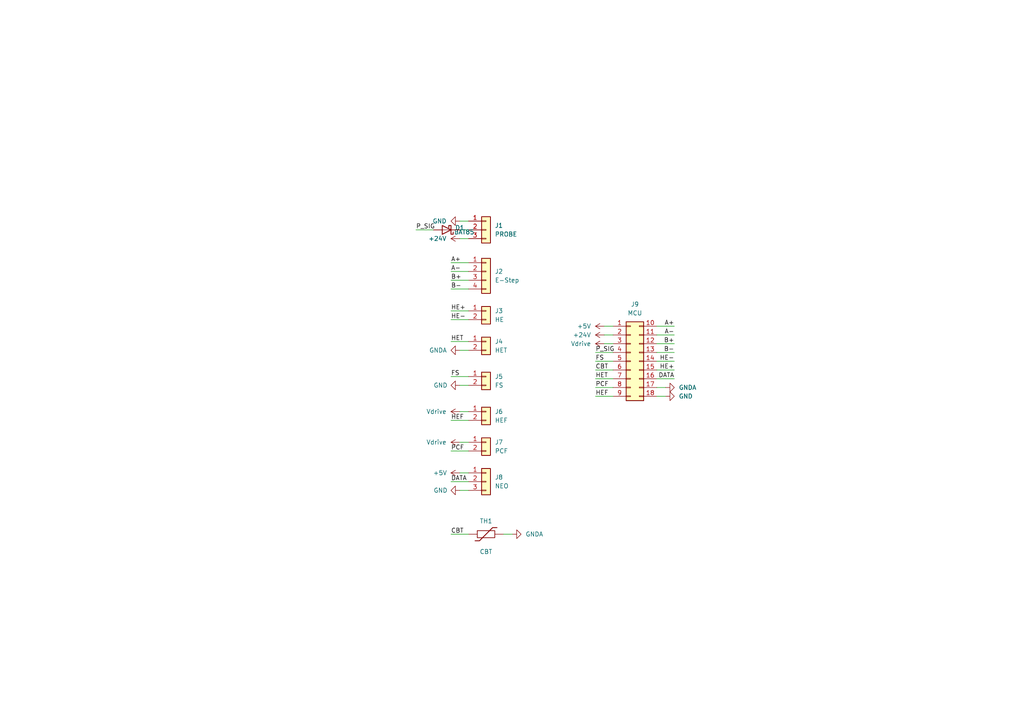
<source format=kicad_sch>
(kicad_sch (version 20211123) (generator eeschema)
  (paper "A4")
  (title_block (title "StealthBurner Toolhead PCB") (date "2022-06-02") (rev "Bata2") (company "LassiCat Organization") (comment 1 "Auther: CharlieYu"))
  (lib_symbols
    (symbol "Connector_Generic:Conn_01x02" (pin_names (offset 1.016) hide)
      (property "Reference" "J" (at 0 2.54 0))
      (property "Value" "Conn_01x02" (at 0 -5.08 0))
      (symbol "Conn_01x02_1_1"
        (rectangle (start -1.27 -2.413) (end 0 -2.667) (stroke (width 0.1524)))
        (rectangle (start -1.27 0.127) (end 0 -0.127) (stroke (width 0.1524)))
        (rectangle (start -1.27 1.27) (end 1.27 -3.81) (stroke (width 0.254)) (fill (type background)))
        (pin passive line (at -5.08 0 0) (length 3.81) (name "Pin_1") (number "1"))
        (pin passive line (at -5.08 -2.54 0) (length 3.81) (name "Pin_2") (number "2"))
      )
    )
    (symbol "Connector_Generic:Conn_01x03" (pin_names (offset 1.016) hide)
      (property "Reference" "J" (at 0 5.08 0))
      (property "Value" "Conn_01x03" (at 0 -5.08 0))
      (symbol "Conn_01x03_1_1"
        (rectangle (start -1.27 -2.413) (end 0 -2.667) (stroke (width 0.1524)))
        (rectangle (start -1.27 0.127) (end 0 -0.127) (stroke (width 0.1524)))
        (rectangle (start -1.27 2.667) (end 0 2.413) (stroke (width 0.1524)))
        (rectangle (start -1.27 3.81) (end 1.27 -3.81) (stroke (width 0.254)) (fill (type background)))
        (pin passive line (at -5.08 2.54 0) (length 3.81) (name "Pin_1") (number "1"))
        (pin passive line (at -5.08 0 0) (length 3.81) (name "Pin_2") (number "2"))
        (pin passive line (at -5.08 -2.54 0) (length 3.81) (name "Pin_3") (number "3"))
      )
    )
    (symbol "Connector_Generic:Conn_01x04" (pin_names (offset 1.016) hide)
      (property "Reference" "J" (at 0 5.08 0))
      (property "Value" "Conn_01x04" (at 0 -7.62 0))
      (symbol "Conn_01x04_1_1"
        (rectangle (start -1.27 -4.953) (end 0 -5.207) (stroke (width 0.1524)))
        (rectangle (start -1.27 -2.413) (end 0 -2.667) (stroke (width 0.1524)))
        (rectangle (start -1.27 0.127) (end 0 -0.127) (stroke (width 0.1524)))
        (rectangle (start -1.27 2.667) (end 0 2.413) (stroke (width 0.1524)))
        (rectangle (start -1.27 3.81) (end 1.27 -6.35) (stroke (width 0.254)) (fill (type background)))
        (pin passive line (at -5.08 2.54 0) (length 3.81) (name "Pin_1") (number "1"))
        (pin passive line (at -5.08 0 0) (length 3.81) (name "Pin_2") (number "2"))
        (pin passive line (at -5.08 -2.54 0) (length 3.81) (name "Pin_3") (number "3"))
        (pin passive line (at -5.08 -5.08 0) (length 3.81) (name "Pin_4") (number "4"))
      )
    )
    (symbol "Connector_Generic:Conn_02x09_Top_Bottom" (pin_names (offset 1.016) hide)
      (property "Reference" "J" (at 1.27 12.7 0))
      (property "Value" "Conn_02x09_Top_Bottom" (at 1.27 -12.7 0))
      (symbol "Conn_02x09_Top_Bottom_1_1"
        (rectangle (start -1.27 -10.033) (end 0 -10.287) (stroke (width 0.1524)))
        (rectangle (start -1.27 -7.493) (end 0 -7.747) (stroke (width 0.1524)))
        (rectangle (start -1.27 -4.953) (end 0 -5.207) (stroke (width 0.1524)))
        (rectangle (start -1.27 -2.413) (end 0 -2.667) (stroke (width 0.1524)))
        (rectangle (start -1.27 0.127) (end 0 -0.127) (stroke (width 0.1524)))
        (rectangle (start -1.27 2.667) (end 0 2.413) (stroke (width 0.1524)))
        (rectangle (start -1.27 5.207) (end 0 4.953) (stroke (width 0.1524)))
        (rectangle (start -1.27 7.747) (end 0 7.493) (stroke (width 0.1524)))
        (rectangle (start -1.27 10.287) (end 0 10.033) (stroke (width 0.1524)))
        (rectangle (start -1.27 11.43) (end 3.81 -11.43) (stroke (width 0.254)) (fill (type background)))
        (rectangle (start 3.81 -10.033) (end 2.54 -10.287) (stroke (width 0.1524)))
        (rectangle (start 3.81 -7.493) (end 2.54 -7.747) (stroke (width 0.1524)))
        (rectangle (start 3.81 -4.953) (end 2.54 -5.207) (stroke (width 0.1524)))
        (rectangle (start 3.81 -2.413) (end 2.54 -2.667) (stroke (width 0.1524)))
        (rectangle (start 3.81 0.127) (end 2.54 -0.127) (stroke (width 0.1524)))
        (rectangle (start 3.81 2.667) (end 2.54 2.413) (stroke (width 0.1524)))
        (rectangle (start 3.81 5.207) (end 2.54 4.953) (stroke (width 0.1524)))
        (rectangle (start 3.81 7.747) (end 2.54 7.493) (stroke (width 0.1524)))
        (rectangle (start 3.81 10.287) (end 2.54 10.033) (stroke (width 0.1524)))
        (pin passive line (at -5.08 10.16 0) (length 3.81) (name "Pin_1") (number "1"))
        (pin passive line (at 7.62 10.16 180) (length 3.81) (name "Pin_10") (number "10"))
        (pin passive line (at 7.62 7.62 180) (length 3.81) (name "Pin_11") (number "11"))
        (pin passive line (at 7.62 5.08 180) (length 3.81) (name "Pin_12") (number "12"))
        (pin passive line (at 7.62 2.54 180) (length 3.81) (name "Pin_13") (number "13"))
        (pin passive line (at 7.62 0 180) (length 3.81) (name "Pin_14") (number "14"))
        (pin passive line (at 7.62 -2.54 180) (length 3.81) (name "Pin_15") (number "15"))
        (pin passive line (at 7.62 -5.08 180) (length 3.81) (name "Pin_16") (number "16"))
        (pin passive line (at 7.62 -7.62 180) (length 3.81) (name "Pin_17") (number "17"))
        (pin passive line (at 7.62 -10.16 180) (length 3.81) (name "Pin_18") (number "18"))
        (pin passive line (at -5.08 7.62 0) (length 3.81) (name "Pin_2") (number "2"))
        (pin passive line (at -5.08 5.08 0) (length 3.81) (name "Pin_3") (number "3"))
        (pin passive line (at -5.08 2.54 0) (length 3.81) (name "Pin_4") (number "4"))
        (pin passive line (at -5.08 0 0) (length 3.81) (name "Pin_5") (number "5"))
        (pin passive line (at -5.08 -2.54 0) (length 3.81) (name "Pin_6") (number "6"))
        (pin passive line (at -5.08 -5.08 0) (length 3.81) (name "Pin_7") (number "7"))
        (pin passive line (at -5.08 -7.62 0) (length 3.81) (name "Pin_8") (number "8"))
        (pin passive line (at -5.08 -10.16 0) (length 3.81) (name "Pin_9") (number "9"))
      )
    )
    (symbol "Device:Thermistor" (pin_numbers hide) (pin_names (offset 0))
      (property "Reference" "TH" (at 2.54 1.27 90))
      (property "Value" "Thermistor" (at -2.54 0 90))
      (symbol "Thermistor_0_1"
        (rectangle (start -1.016 2.54) (end 1.016 -2.54) (stroke (width 0.2032)))
        (polyline (pts (xy -1.905 3.175) (xy -1.905 1.905) (xy 1.905 -1.905) (xy 1.905 -3.175) (xy 1.905 -3.175)) (stroke (width 0.254)))
      )
      (symbol "Thermistor_1_1"
        (pin passive line (at 0 5.08 270) (length 2.54) (name "~") (number "1"))
        (pin passive line (at 0 -5.08 90) (length 2.54) (name "~") (number "2"))
      )
    )
    (symbol "Diode:BAT85" (pin_numbers hide) (pin_names (offset 1.016) hide)
      (property "Reference" "D" (at 0 2.54 0))
      (property "Value" "BAT85" (at 0 -2.54 0))
      (symbol "BAT85_0_1"
        (polyline (pts (xy 1.27 0) (xy -1.27 0)))
        (polyline (pts (xy 1.27 1.27) (xy 1.27 -1.27) (xy -1.27 0) (xy 1.27 1.27)) (stroke (width 0.254)))
        (polyline (pts (xy -1.905 0.635) (xy -1.905 1.27) (xy -1.27 1.27) (xy -1.27 -1.27) (xy -0.635 -1.27) (xy -0.635 -0.635)) (stroke (width 0.254)))
      )
      (symbol "BAT85_1_1"
        (pin passive line (at -3.81 0 0) (length 2.54) (name "K") (number "1"))
        (pin passive line (at 3.81 0 180) (length 2.54) (name "A") (number "2"))
      )
    )
    (symbol "power:+24V" (power) (pin_names (offset 0))
      (property "Value" "+24V" (at 0 3.556 0))
      (symbol "+24V_0_1"
        (polyline (pts (xy -0.762 1.27) (xy 0 2.54)))
        (polyline (pts (xy 0 0) (xy 0 2.54)))
        (polyline (pts (xy 0 2.54) (xy 0.762 1.27)))
      )
      (symbol "+24V_1_1"
        (pin power_in line (at 0 0 90) (length 0) hide (name "+24V") (number "1"))
      )
    )
    (symbol "power:+5V" (power) (pin_names (offset 0))
      (property "Value" "+5V" (at 0 3.556 0))
      (symbol "+5V_0_1"
        (polyline (pts (xy -0.762 1.27) (xy 0 2.54)))
        (polyline (pts (xy 0 0) (xy 0 2.54)))
        (polyline (pts (xy 0 2.54) (xy 0.762 1.27)))
      )
      (symbol "+5V_1_1"
        (pin power_in line (at 0 0 90) (length 0) hide (name "+5V") (number "1"))
      )
    )
    (symbol "power:GND" (power) (pin_names (offset 0))
      (property "Value" "GND" (at 0 -3.81 0))
      (symbol "GND_0_1"
        (polyline (pts (xy 0 0) (xy 0 -1.27) (xy 1.27 -1.27) (xy 0 -2.54) (xy -1.27 -1.27) (xy 0 -1.27)))
      )
      (symbol "GND_1_1"
        (pin power_in line (at 0 0 270) (length 0) hide (name "GND") (number "1"))
      )
    )
    (symbol "power:GNDA" (power) (pin_names (offset 0))
      (property "Value" "GNDA" (at 0 -3.81 0))
      (symbol "GNDA_0_1"
        (polyline (pts (xy 0 0) (xy 0 -1.27) (xy 1.27 -1.27) (xy 0 -2.54) (xy -1.27 -1.27) (xy 0 -1.27)))
      )
      (symbol "GNDA_1_1"
        (pin power_in line (at 0 0 270) (length 0) hide (name "GNDA") (number "1"))
      )
    )
    (symbol "power:Vdrive" (power) (pin_names (offset 0))
      (property "Value" "Vdrive" (at 0 3.81 0))
      (symbol "Vdrive_0_1"
        (polyline (pts (xy -0.762 1.27) (xy 0 2.54)))
        (polyline (pts (xy 0 0) (xy 0 2.54)))
        (polyline (pts (xy 0 2.54) (xy 0.762 1.27)))
      )
      (symbol "Vdrive_1_1"
        (pin power_in line (at 0 0 90) (length 0) hide (name "Vdrive") (number "1"))
      )
    )
  )
  (wire (pts (xy 133.35 119.38) (xy 135.89 119.38)))
  (wire (pts (xy 130.81 109.22) (xy 135.89 109.22)))
  (wire (pts (xy 130.81 81.28) (xy 135.89 81.28)))
  (wire (pts (xy 133.35 64.135) (xy 135.89 64.135)))
  (wire (pts (xy 130.81 83.82) (xy 135.89 83.82)))
  (wire (pts (xy 133.35 142.24) (xy 135.89 142.24)))
  (wire (pts (xy 193.04 112.395) (xy 190.5 112.395)))
  (wire (pts (xy 120.65 66.675) (xy 125.73 66.675)))
  (wire (pts (xy 195.58 109.855) (xy 190.5 109.855)))
  (wire (pts (xy 195.58 107.315) (xy 190.5 107.315)))
  (wire (pts (xy 130.81 90.17) (xy 135.89 90.17)))
  (wire (pts (xy 175.26 99.695) (xy 177.8 99.695)))
  (wire (pts (xy 148.59 154.94) (xy 146.05 154.94)))
  (wire (pts (xy 175.26 97.155) (xy 177.8 97.155)))
  (wire (pts (xy 195.58 97.155) (xy 190.5 97.155)))
  (wire (pts (xy 133.35 69.215) (xy 135.89 69.215)))
  (wire (pts (xy 172.72 112.395) (xy 177.8 112.395)))
  (wire (pts (xy 193.04 114.935) (xy 190.5 114.935)))
  (wire (pts (xy 172.72 109.855) (xy 177.8 109.855)))
  (wire (pts (xy 175.26 94.615) (xy 177.8 94.615)))
  (wire (pts (xy 130.81 130.81) (xy 135.89 130.81)))
  (wire (pts (xy 133.35 128.27) (xy 135.89 128.27)))
  (wire (pts (xy 190.5 99.695) (xy 195.58 99.695)))
  (wire (pts (xy 195.58 102.235) (xy 190.5 102.235)))
  (wire (pts (xy 172.72 114.935) (xy 177.8 114.935)))
  (wire (pts (xy 130.81 121.92) (xy 135.89 121.92)))
  (wire (pts (xy 172.72 107.315) (xy 177.8 107.315)))
  (wire (pts (xy 133.35 101.6) (xy 135.89 101.6)))
  (wire (pts (xy 130.81 154.94) (xy 135.89 154.94)))
  (wire (pts (xy 133.35 66.675) (xy 135.89 66.675)))
  (wire (pts (xy 172.72 102.235) (xy 177.8 102.235)))
  (wire (pts (xy 133.35 137.16) (xy 135.89 137.16)))
  (wire (pts (xy 130.81 99.06) (xy 135.89 99.06)))
  (wire (pts (xy 130.81 76.2) (xy 135.89 76.2)))
  (wire (pts (xy 133.35 111.76) (xy 135.89 111.76)))
  (wire (pts (xy 130.81 92.71) (xy 135.89 92.71)))
  (wire (pts (xy 130.81 78.74) (xy 135.89 78.74)))
  (wire (pts (xy 172.72 104.775) (xy 177.8 104.775)))
  (wire (pts (xy 190.5 94.615) (xy 195.58 94.615)))
  (wire (pts (xy 195.58 104.775) (xy 190.5 104.775)))
  (wire (pts (xy 130.81 139.7) (xy 135.89 139.7)))
  (label "HE+" (at 130.81 90.17 0))
  (label "DATA" (at 195.58 109.855 180))
  (label "HE-" (at 130.81 92.71 0))
  (label "FS" (at 172.72 104.775 0))
  (label "DATA" (at 130.81 139.7 0))
  (label "HET" (at 172.72 109.855 0))
  (label "FS" (at 130.81 109.22 0))
  (label "P_SIG" (at 172.72 102.235 0))
  (label "CBT" (at 172.72 107.315 0))
  (label "HEF" (at 130.81 121.92 0))
  (label "P_SIG" (at 120.65 66.675 0))
  (label "A+" (at 195.58 94.615 180))
  (label "HEF" (at 172.72 114.935 0))
  (label "A-" (at 130.81 78.74 0))
  (label "CBT" (at 130.81 154.94 0))
  (label "HE-" (at 195.58 104.775 180))
  (label "B+" (at 195.58 99.695 180))
  (label "HET" (at 130.81 99.06 0))
  (label "B+" (at 130.81 81.28 0))
  (label "B-" (at 130.81 83.82 0))
  (label "PCF" (at 172.72 112.395 0))
  (label "A-" (at 195.58 97.155 180))
  (label "PCF" (at 130.81 130.81 0))
  (label "A+" (at 130.81 76.2 0))
  (label "HE+" (at 195.58 107.315 180))
  (label "B-" (at 195.58 102.235 180))
  (symbol (lib_id "power:GNDA") (at 193.04 112.395 90) (unit 1)
    (property "Reference" "#PWR010" (effects hide))
    (property "Value" "GNDA" (at 196.85 112.3949 90) (effects (justify right)))
  )
  (symbol (lib_id "power:+24V") (at 133.35 69.215 90) (unit 1)
    (property "Reference" "#PWR01" (effects hide))
    (property "Value" "+24V" (at 129.54 69.2149 90) (effects (justify left)))
  )
  (symbol (lib_id "Connector_Generic:Conn_01x02") (at 140.97 99.06 0) (unit 1)
    (property "Reference" "J4" (at 143.51 99.0599 0) (effects (justify left)))
    (property "Value" "HET" (at 143.51 101.5999 0) (effects (justify left)))
    (property "Footprint" "Connector_JST:JST_PH_B2B-PH-K_1x02_P2.00mm_Vertical" (effects hide))
  )
  (symbol (lib_id "Connector_Generic:Conn_01x02") (at 140.97 119.38 0) (unit 1)
    (property "Reference" "J6" (at 143.51 119.3799 0) (effects (justify left)))
    (property "Value" "HEF" (at 143.51 121.9199 0) (effects (justify left)))
    (property "Footprint" "Connector_JST:JST_PH_B2B-PH-K_1x02_P2.00mm_Vertical" (effects hide))
  )
  (symbol (lib_id "Connector_Generic:Conn_01x02") (at 140.97 128.27 0) (unit 1)
    (property "Reference" "J7" (at 143.51 128.2699 0) (effects (justify left)))
    (property "Value" "PCF" (at 143.51 130.8099 0) (effects (justify left)))
    (property "Footprint" "Connector_JST:JST_PH_B2B-PH-K_1x02_P2.00mm_Vertical" (effects hide))
  )
  (symbol (lib_id "power:GND") (at 133.35 111.76 270) (unit 1)
    (property "Reference" "#PWR04" (effects hide))
    (property "Value" "GND" (at 125.73 111.76 90) (effects (justify left)))
  )
  (symbol (lib_id "Device:Thermistor") (at 140.97 154.94 90) (unit 1)
    (property "Reference" "TH1" (at 140.97 151.13 90))
    (property "Value" "CBT" (at 140.97 160.02 90))
    (property "Footprint" "Resistor_SMD:R_0805_2012Metric" (effects hide))
  )
  (symbol (lib_id "power:GNDA") (at 148.59 154.94 90) (unit 1)
    (property "Reference" "#PWR07" (effects hide))
    (property "Value" "GNDA" (at 152.4 154.9399 90) (effects (justify right)))
  )
  (symbol (lib_id "Connector_Generic:Conn_02x09_Top_Bottom") (at 182.88 104.775 0) (unit 1)
    (property "Reference" "J9" (at 184.15 88.265 0))
    (property "Value" "MCU" (at 184.15 90.805 0))
    (property "Footprint" "Connector_Molex:Molex_Micro-Fit_3.0_43045-1800_2x09_P3.00mm_Horizontal" (effects hide))
  )
  (symbol (lib_id "power:GND") (at 133.35 142.24 270) (unit 1)
    (property "Reference" "#PWR06" (effects hide))
    (property "Value" "GND" (at 125.73 142.24 90) (effects (justify left)))
  )
  (symbol (lib_id "Connector_Generic:Conn_01x04") (at 140.97 78.74 0) (unit 1)
    (property "Reference" "J2" (at 143.51 78.7399 0) (effects (justify left)))
    (property "Value" "E-Step" (at 143.51 81.2799 0) (effects (justify left)))
    (property "Footprint" "Connector_JST:JST_PH_B4B-PH-K_1x04_P2.00mm_Vertical" (effects hide))
  )
  (symbol (lib_id "power:Vdrive") (at 133.35 128.27 90) (unit 1)
    (property "Reference" "#PWR0102" (effects hide))
    (property "Value" "Vdrive" (at 129.54 128.2699 90) (effects (justify left)))
  )
  (symbol (lib_id "power:+24V") (at 175.26 97.155 90) (unit 1)
    (property "Reference" "#PWR09" (effects hide))
    (property "Value" "+24V" (at 171.45 97.1549 90) (effects (justify left)))
  )
  (symbol (lib_id "Diode:BAT85") (at 129.54 66.675 180) (unit 1)
    (property "Reference" "D1" (at 133.35 66.04 0))
    (property "Value" "BAT85" (at 134.62 67.31 0))
    (property "Footprint" "Diode_THT:D_DO-35_SOD27_P2.54mm_Vertical_AnodeUp" (effects hide))
    (property "Datasheet" "https://assets.nexperia.com/documents/data-sheet/BAT85.pdf" (effects hide))
  )
  (symbol (lib_id "power:+5V") (at 133.35 137.16 90) (unit 1)
    (property "Reference" "#PWR05" (effects hide))
    (property "Value" "+5V" (at 127.635 137.16 90))
  )
  (symbol (lib_id "Connector_Generic:Conn_01x02") (at 140.97 109.22 0) (unit 1)
    (property "Reference" "J5" (at 143.51 109.2199 0) (effects (justify left)))
    (property "Value" "FS" (at 143.51 111.7599 0) (effects (justify left)))
    (property "Footprint" "Connector_JST:JST_PH_B2B-PH-K_1x02_P2.00mm_Vertical" (effects hide))
  )
  (symbol (lib_id "power:Vdrive") (at 175.26 99.695 90) (unit 1)
    (property "Reference" "#PWR0101" (effects hide))
    (property "Value" "Vdrive" (at 171.45 99.6949 90) (effects (justify left)))
  )
  (symbol (lib_id "Connector_Generic:Conn_01x02") (at 140.97 90.17 0) (unit 1)
    (property "Reference" "J3" (at 143.51 90.1699 0) (effects (justify left)))
    (property "Value" "HE" (at 143.51 92.7099 0) (effects (justify left)))
    (property "Footprint" "Connector_Molex:Molex_Micro-Fit_3.0_43045-0200_2x01_P3.00mm_Horizontal" (effects hide))
  )
  (symbol (lib_id "power:GND") (at 193.04 114.935 90) (unit 1)
    (property "Reference" "#PWR011" (effects hide))
    (property "Value" "GND" (at 196.85 114.9349 90) (effects (justify right)))
  )
  (symbol (lib_id "power:GNDA") (at 133.35 101.6 270) (unit 1)
    (property "Reference" "#PWR03" (effects hide))
    (property "Value" "GNDA" (at 124.46 101.6 90) (effects (justify left)))
  )
  (symbol (lib_id "power:Vdrive") (at 133.35 119.38 90) (unit 1)
    (property "Reference" "#PWR0103" (effects hide))
    (property "Value" "Vdrive" (at 129.54 119.3799 90) (effects (justify left)))
  )
  (symbol (lib_id "power:+5V") (at 175.26 94.615 90) (unit 1)
    (property "Reference" "#PWR08" (effects hide))
    (property "Value" "+5V" (at 171.45 94.6149 90) (effects (justify left)))
  )
  (symbol (lib_id "power:GND") (at 133.35 64.135 270) (unit 1)
    (property "Reference" "#PWR02" (effects hide))
    (property "Value" "GND" (at 129.54 64.1349 90) (effects (justify right)))
  )
  (symbol (lib_id "Connector_Generic:Conn_01x03") (at 140.97 66.675 0) (unit 1)
    (property "Reference" "J1" (at 143.51 65.4049 0) (effects (justify left)))
    (property "Value" "PROBE" (at 143.51 67.9449 0) (effects (justify left)))
    (property "Footprint" "Connector_JST:JST_PH_B3B-PH-K_1x03_P2.00mm_Vertical" (effects hide))
  )
  (symbol (lib_id "Connector_Generic:Conn_01x03") (at 140.97 139.7 0) (unit 1)
    (property "Reference" "J8" (at 143.51 138.4299 0) (effects (justify left)))
    (property "Value" "NEO" (at 143.51 140.9699 0) (effects (justify left)))
    (property "Footprint" "Connector_JST:JST_PH_B3B-PH-K_1x03_P2.00mm_Vertical" (effects hide))
  )
)
</source>
